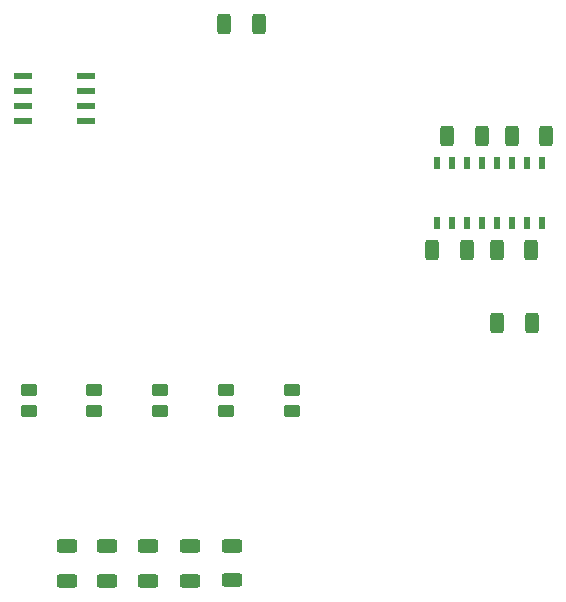
<source format=gtp>
G04 #@! TF.GenerationSoftware,KiCad,Pcbnew,8.0.0*
G04 #@! TF.CreationDate,2024-10-15T09:50:15-05:00*
G04 #@! TF.ProjectId,Rain and Switches Control Board,5261696e-2061-46e6-9420-537769746368,rev?*
G04 #@! TF.SameCoordinates,Original*
G04 #@! TF.FileFunction,Paste,Top*
G04 #@! TF.FilePolarity,Positive*
%FSLAX46Y46*%
G04 Gerber Fmt 4.6, Leading zero omitted, Abs format (unit mm)*
G04 Created by KiCad (PCBNEW 8.0.0) date 2024-10-15 09:50:15*
%MOMM*%
%LPD*%
G01*
G04 APERTURE LIST*
G04 Aperture macros list*
%AMRoundRect*
0 Rectangle with rounded corners*
0 $1 Rounding radius*
0 $2 $3 $4 $5 $6 $7 $8 $9 X,Y pos of 4 corners*
0 Add a 4 corners polygon primitive as box body*
4,1,4,$2,$3,$4,$5,$6,$7,$8,$9,$2,$3,0*
0 Add four circle primitives for the rounded corners*
1,1,$1+$1,$2,$3*
1,1,$1+$1,$4,$5*
1,1,$1+$1,$6,$7*
1,1,$1+$1,$8,$9*
0 Add four rect primitives between the rounded corners*
20,1,$1+$1,$2,$3,$4,$5,0*
20,1,$1+$1,$4,$5,$6,$7,0*
20,1,$1+$1,$6,$7,$8,$9,0*
20,1,$1+$1,$8,$9,$2,$3,0*%
G04 Aperture macros list end*
%ADD10RoundRect,0.250000X0.450000X-0.262500X0.450000X0.262500X-0.450000X0.262500X-0.450000X-0.262500X0*%
%ADD11R,1.549400X0.609600*%
%ADD12RoundRect,0.250000X0.625000X-0.312500X0.625000X0.312500X-0.625000X0.312500X-0.625000X-0.312500X0*%
%ADD13RoundRect,0.250000X0.312500X0.625000X-0.312500X0.625000X-0.312500X-0.625000X0.312500X-0.625000X0*%
%ADD14RoundRect,0.250000X-0.312500X-0.625000X0.312500X-0.625000X0.312500X0.625000X-0.312500X0.625000X0*%
%ADD15R,0.508000X1.104900*%
G04 APERTURE END LIST*
D10*
X116582400Y-78243400D03*
X116582400Y-80068400D03*
X122119600Y-78243400D03*
X122119600Y-80068400D03*
X127707600Y-78243400D03*
X127707600Y-80068400D03*
X133295600Y-80068400D03*
X133295600Y-78243400D03*
X138883600Y-80068400D03*
X138883600Y-78243400D03*
D11*
X121459200Y-51671200D03*
X121459200Y-52941200D03*
X121459200Y-54211200D03*
X121459200Y-55481200D03*
X116059200Y-55481200D03*
X116059200Y-54211200D03*
X116059200Y-52941200D03*
X116059200Y-51671200D03*
D12*
X119782800Y-94440400D03*
X119782800Y-91515400D03*
X123237200Y-94440400D03*
X123237200Y-91515400D03*
X126691600Y-94440400D03*
X126691600Y-91515400D03*
X130196800Y-91515400D03*
X130196800Y-94440400D03*
X133752800Y-91464600D03*
X133752800Y-94389600D03*
D13*
X153651000Y-66403200D03*
X150726000Y-66403200D03*
D14*
X133113800Y-47302400D03*
X136038800Y-47302400D03*
D13*
X160386000Y-56802000D03*
X157461000Y-56802000D03*
X159116000Y-66403200D03*
X156191000Y-66403200D03*
X154921000Y-56802000D03*
X151996000Y-56802000D03*
D15*
X151126400Y-59037200D03*
X152396400Y-59037200D03*
X153666400Y-59037200D03*
X154936400Y-59037200D03*
X156206400Y-59037200D03*
X157476400Y-59037200D03*
X158746400Y-59037200D03*
X160016400Y-59037200D03*
X160016400Y-64117200D03*
X158746400Y-64117200D03*
X157476400Y-64117200D03*
X156206400Y-64117200D03*
X154936400Y-64117200D03*
X153666400Y-64117200D03*
X152396400Y-64117200D03*
X151126400Y-64117200D03*
D14*
X159171000Y-72578800D03*
X156246000Y-72578800D03*
M02*

</source>
